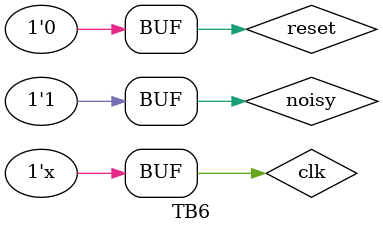
<source format=v>
/*                                -
-----------------------------------------------------------------------------
-----------------------------------------------------------------------------
-- File           : TB1_Gray.v
-----------------------------------------------------------------------------
-- Description    : Verilog testbench for Gray_4bits
-- --------------------------------------------------------------------------
-- --------------------------------------------------------------------------
 */

`timescale 1ns/1ps
`define cycle 10   // this is equivalent to defines in C

module TB6();
parameter N = 8;
reg clk, reset, noisy;
wire [N-1:0] leds;

// Drive the reset and the EndOfSimulation signal
initial begin
// Your code goes here
	clk <= 1'b1;
	reset <= 1'b1;
	noisy <= 1'b0;
	#50 reset <= 1'b0;
	#10 noisy <= 1'b1;
end

// Drive the clk
always begin
	#5 clk <= ~clk;
end


// Instantiate the System in the testbench
// Your code goes here
GrayCounter_System #(N) GrayCounter_System(
	.clk	(clk),
	.reset	(reset),
	.noisy	(noisy),
	.leds	(leds)
);

endmodule

</source>
